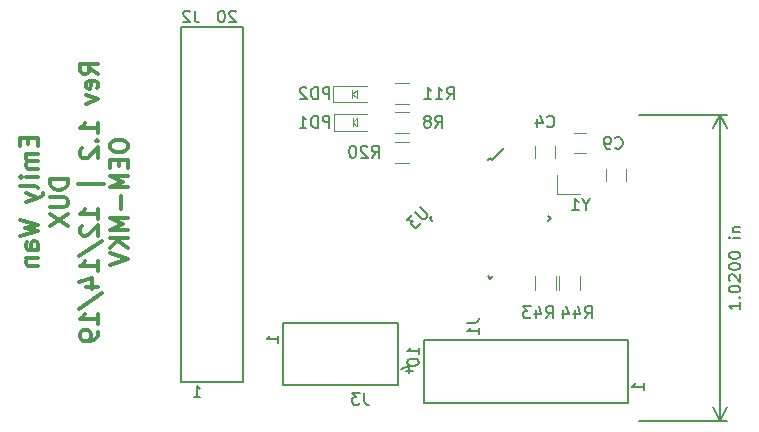
<source format=gbo>
G04 #@! TF.GenerationSoftware,KiCad,Pcbnew,5.1.4-e60b266~84~ubuntu18.04.1*
G04 #@! TF.CreationDate,2019-12-14T18:52:15-05:00*
G04 #@! TF.ProjectId,dashboard_MKV_ewan,64617368-626f-4617-9264-5f4d4b565f65,rev?*
G04 #@! TF.SameCoordinates,Original*
G04 #@! TF.FileFunction,Legend,Bot*
G04 #@! TF.FilePolarity,Positive*
%FSLAX46Y46*%
G04 Gerber Fmt 4.6, Leading zero omitted, Abs format (unit mm)*
G04 Created by KiCad (PCBNEW 5.1.4-e60b266~84~ubuntu18.04.1) date 2019-12-14 18:52:15*
%MOMM*%
%LPD*%
G04 APERTURE LIST*
%ADD10C,0.300000*%
%ADD11C,0.150000*%
%ADD12C,0.120000*%
%ADD13C,0.100000*%
G04 APERTURE END LIST*
D10*
X174883857Y-72295428D02*
X174883857Y-72795428D01*
X175669571Y-73009714D02*
X175669571Y-72295428D01*
X174169571Y-72295428D01*
X174169571Y-73009714D01*
X175669571Y-73652571D02*
X174669571Y-73652571D01*
X174812428Y-73652571D02*
X174741000Y-73724000D01*
X174669571Y-73866857D01*
X174669571Y-74081142D01*
X174741000Y-74224000D01*
X174883857Y-74295428D01*
X175669571Y-74295428D01*
X174883857Y-74295428D02*
X174741000Y-74366857D01*
X174669571Y-74509714D01*
X174669571Y-74724000D01*
X174741000Y-74866857D01*
X174883857Y-74938285D01*
X175669571Y-74938285D01*
X175669571Y-75652571D02*
X174669571Y-75652571D01*
X174169571Y-75652571D02*
X174241000Y-75581142D01*
X174312428Y-75652571D01*
X174241000Y-75724000D01*
X174169571Y-75652571D01*
X174312428Y-75652571D01*
X175669571Y-76581142D02*
X175598142Y-76438285D01*
X175455285Y-76366857D01*
X174169571Y-76366857D01*
X174669571Y-77009714D02*
X175669571Y-77366857D01*
X174669571Y-77724000D02*
X175669571Y-77366857D01*
X176026714Y-77224000D01*
X176098142Y-77152571D01*
X176169571Y-77009714D01*
X174169571Y-79295428D02*
X175669571Y-79652571D01*
X174598142Y-79938285D01*
X175669571Y-80224000D01*
X174169571Y-80581142D01*
X175669571Y-81795428D02*
X174883857Y-81795428D01*
X174741000Y-81724000D01*
X174669571Y-81581142D01*
X174669571Y-81295428D01*
X174741000Y-81152571D01*
X175598142Y-81795428D02*
X175669571Y-81652571D01*
X175669571Y-81295428D01*
X175598142Y-81152571D01*
X175455285Y-81081142D01*
X175312428Y-81081142D01*
X175169571Y-81152571D01*
X175098142Y-81295428D01*
X175098142Y-81652571D01*
X175026714Y-81795428D01*
X174669571Y-82509714D02*
X175669571Y-82509714D01*
X174812428Y-82509714D02*
X174741000Y-82581142D01*
X174669571Y-82724000D01*
X174669571Y-82938285D01*
X174741000Y-83081142D01*
X174883857Y-83152571D01*
X175669571Y-83152571D01*
X178219571Y-75831142D02*
X176719571Y-75831142D01*
X176719571Y-76188285D01*
X176791000Y-76402571D01*
X176933857Y-76545428D01*
X177076714Y-76616857D01*
X177362428Y-76688285D01*
X177576714Y-76688285D01*
X177862428Y-76616857D01*
X178005285Y-76545428D01*
X178148142Y-76402571D01*
X178219571Y-76188285D01*
X178219571Y-75831142D01*
X176719571Y-77331142D02*
X177933857Y-77331142D01*
X178076714Y-77402571D01*
X178148142Y-77474000D01*
X178219571Y-77616857D01*
X178219571Y-77902571D01*
X178148142Y-78045428D01*
X178076714Y-78116857D01*
X177933857Y-78188285D01*
X176719571Y-78188285D01*
X176719571Y-78759714D02*
X178219571Y-79759714D01*
X176719571Y-79759714D02*
X178219571Y-78759714D01*
X180769571Y-66902571D02*
X180055285Y-66402571D01*
X180769571Y-66045428D02*
X179269571Y-66045428D01*
X179269571Y-66616857D01*
X179341000Y-66759714D01*
X179412428Y-66831142D01*
X179555285Y-66902571D01*
X179769571Y-66902571D01*
X179912428Y-66831142D01*
X179983857Y-66759714D01*
X180055285Y-66616857D01*
X180055285Y-66045428D01*
X180698142Y-68116857D02*
X180769571Y-67974000D01*
X180769571Y-67688285D01*
X180698142Y-67545428D01*
X180555285Y-67474000D01*
X179983857Y-67474000D01*
X179841000Y-67545428D01*
X179769571Y-67688285D01*
X179769571Y-67974000D01*
X179841000Y-68116857D01*
X179983857Y-68188285D01*
X180126714Y-68188285D01*
X180269571Y-67474000D01*
X179769571Y-68688285D02*
X180769571Y-69045428D01*
X179769571Y-69402571D01*
X180769571Y-71902571D02*
X180769571Y-71045428D01*
X180769571Y-71474000D02*
X179269571Y-71474000D01*
X179483857Y-71331142D01*
X179626714Y-71188285D01*
X179698142Y-71045428D01*
X180626714Y-72545428D02*
X180698142Y-72616857D01*
X180769571Y-72545428D01*
X180698142Y-72474000D01*
X180626714Y-72545428D01*
X180769571Y-72545428D01*
X179412428Y-73188285D02*
X179341000Y-73259714D01*
X179269571Y-73402571D01*
X179269571Y-73759714D01*
X179341000Y-73902571D01*
X179412428Y-73974000D01*
X179555285Y-74045428D01*
X179698142Y-74045428D01*
X179912428Y-73974000D01*
X180769571Y-73116857D01*
X180769571Y-74045428D01*
X181269571Y-76188285D02*
X179126714Y-76188285D01*
X180769571Y-79188285D02*
X180769571Y-78331142D01*
X180769571Y-78759714D02*
X179269571Y-78759714D01*
X179483857Y-78616857D01*
X179626714Y-78474000D01*
X179698142Y-78331142D01*
X179412428Y-79759714D02*
X179341000Y-79831142D01*
X179269571Y-79974000D01*
X179269571Y-80331142D01*
X179341000Y-80474000D01*
X179412428Y-80545428D01*
X179555285Y-80616857D01*
X179698142Y-80616857D01*
X179912428Y-80545428D01*
X180769571Y-79688285D01*
X180769571Y-80616857D01*
X179198142Y-82331142D02*
X181126714Y-81045428D01*
X180769571Y-83616857D02*
X180769571Y-82759714D01*
X180769571Y-83188285D02*
X179269571Y-83188285D01*
X179483857Y-83045428D01*
X179626714Y-82902571D01*
X179698142Y-82759714D01*
X179769571Y-84902571D02*
X180769571Y-84902571D01*
X179198142Y-84545428D02*
X180269571Y-84188285D01*
X180269571Y-85116857D01*
X179198142Y-86759714D02*
X181126714Y-85474000D01*
X180769571Y-88045428D02*
X180769571Y-87188285D01*
X180769571Y-87616857D02*
X179269571Y-87616857D01*
X179483857Y-87474000D01*
X179626714Y-87331142D01*
X179698142Y-87188285D01*
X180769571Y-88759714D02*
X180769571Y-89045428D01*
X180698142Y-89188285D01*
X180626714Y-89259714D01*
X180412428Y-89402571D01*
X180126714Y-89474000D01*
X179555285Y-89474000D01*
X179412428Y-89402571D01*
X179341000Y-89331142D01*
X179269571Y-89188285D01*
X179269571Y-88902571D01*
X179341000Y-88759714D01*
X179412428Y-88688285D01*
X179555285Y-88616857D01*
X179912428Y-88616857D01*
X180055285Y-88688285D01*
X180126714Y-88759714D01*
X180198142Y-88902571D01*
X180198142Y-89188285D01*
X180126714Y-89331142D01*
X180055285Y-89402571D01*
X179912428Y-89474000D01*
X181819571Y-72866857D02*
X181819571Y-73152571D01*
X181891000Y-73295428D01*
X182033857Y-73438285D01*
X182319571Y-73509714D01*
X182819571Y-73509714D01*
X183105285Y-73438285D01*
X183248142Y-73295428D01*
X183319571Y-73152571D01*
X183319571Y-72866857D01*
X183248142Y-72724000D01*
X183105285Y-72581142D01*
X182819571Y-72509714D01*
X182319571Y-72509714D01*
X182033857Y-72581142D01*
X181891000Y-72724000D01*
X181819571Y-72866857D01*
X182533857Y-74152571D02*
X182533857Y-74652571D01*
X183319571Y-74866857D02*
X183319571Y-74152571D01*
X181819571Y-74152571D01*
X181819571Y-74866857D01*
X183319571Y-75509714D02*
X181819571Y-75509714D01*
X182891000Y-76009714D01*
X181819571Y-76509714D01*
X183319571Y-76509714D01*
X182748142Y-77224000D02*
X182748142Y-78366857D01*
X183319571Y-79081142D02*
X181819571Y-79081142D01*
X182891000Y-79581142D01*
X181819571Y-80081142D01*
X183319571Y-80081142D01*
X183319571Y-80795428D02*
X181819571Y-80795428D01*
X183319571Y-81652571D02*
X182462428Y-81009714D01*
X181819571Y-81652571D02*
X182676714Y-80795428D01*
X181819571Y-82081142D02*
X183319571Y-82581142D01*
X181819571Y-83081142D01*
D11*
X235178380Y-86240571D02*
X235178380Y-86812000D01*
X235178380Y-86526285D02*
X234178380Y-86526285D01*
X234321238Y-86621523D01*
X234416476Y-86716761D01*
X234464095Y-86812000D01*
X235083142Y-85812000D02*
X235130761Y-85764380D01*
X235178380Y-85812000D01*
X235130761Y-85859619D01*
X235083142Y-85812000D01*
X235178380Y-85812000D01*
X234178380Y-85145333D02*
X234178380Y-85050095D01*
X234226000Y-84954857D01*
X234273619Y-84907238D01*
X234368857Y-84859619D01*
X234559333Y-84812000D01*
X234797428Y-84812000D01*
X234987904Y-84859619D01*
X235083142Y-84907238D01*
X235130761Y-84954857D01*
X235178380Y-85050095D01*
X235178380Y-85145333D01*
X235130761Y-85240571D01*
X235083142Y-85288190D01*
X234987904Y-85335809D01*
X234797428Y-85383428D01*
X234559333Y-85383428D01*
X234368857Y-85335809D01*
X234273619Y-85288190D01*
X234226000Y-85240571D01*
X234178380Y-85145333D01*
X234273619Y-84431047D02*
X234226000Y-84383428D01*
X234178380Y-84288190D01*
X234178380Y-84050095D01*
X234226000Y-83954857D01*
X234273619Y-83907238D01*
X234368857Y-83859619D01*
X234464095Y-83859619D01*
X234606952Y-83907238D01*
X235178380Y-84478666D01*
X235178380Y-83859619D01*
X234178380Y-83240571D02*
X234178380Y-83145333D01*
X234226000Y-83050095D01*
X234273619Y-83002476D01*
X234368857Y-82954857D01*
X234559333Y-82907238D01*
X234797428Y-82907238D01*
X234987904Y-82954857D01*
X235083142Y-83002476D01*
X235130761Y-83050095D01*
X235178380Y-83145333D01*
X235178380Y-83240571D01*
X235130761Y-83335809D01*
X235083142Y-83383428D01*
X234987904Y-83431047D01*
X234797428Y-83478666D01*
X234559333Y-83478666D01*
X234368857Y-83431047D01*
X234273619Y-83383428D01*
X234226000Y-83335809D01*
X234178380Y-83240571D01*
X234178380Y-82288190D02*
X234178380Y-82192952D01*
X234226000Y-82097714D01*
X234273619Y-82050095D01*
X234368857Y-82002476D01*
X234559333Y-81954857D01*
X234797428Y-81954857D01*
X234987904Y-82002476D01*
X235083142Y-82050095D01*
X235130761Y-82097714D01*
X235178380Y-82192952D01*
X235178380Y-82288190D01*
X235130761Y-82383428D01*
X235083142Y-82431047D01*
X234987904Y-82478666D01*
X234797428Y-82526285D01*
X234559333Y-82526285D01*
X234368857Y-82478666D01*
X234273619Y-82431047D01*
X234226000Y-82383428D01*
X234178380Y-82288190D01*
X235178380Y-80764380D02*
X234511714Y-80764380D01*
X234178380Y-80764380D02*
X234226000Y-80812000D01*
X234273619Y-80764380D01*
X234226000Y-80716761D01*
X234178380Y-80764380D01*
X234273619Y-80764380D01*
X234511714Y-80288190D02*
X235178380Y-80288190D01*
X234606952Y-80288190D02*
X234559333Y-80240571D01*
X234511714Y-80145333D01*
X234511714Y-80002476D01*
X234559333Y-79907238D01*
X234654571Y-79859619D01*
X235178380Y-79859619D01*
X233426000Y-96266000D02*
X233426000Y-70358000D01*
X226568000Y-96266000D02*
X234012421Y-96266000D01*
X226568000Y-70358000D02*
X234012421Y-70358000D01*
X233426000Y-70358000D02*
X234012421Y-71484504D01*
X233426000Y-70358000D02*
X232839579Y-71484504D01*
X233426000Y-96266000D02*
X234012421Y-95139496D01*
X233426000Y-96266000D02*
X232839579Y-95139496D01*
X187777200Y-62944600D02*
X193077200Y-62944600D01*
X187777200Y-92954600D02*
X193077200Y-92954600D01*
X187777200Y-62944600D02*
X187777200Y-92954600D01*
X193077200Y-62944600D02*
X193077200Y-92954600D01*
X206168400Y-87975800D02*
X206168400Y-93275800D01*
X196478400Y-87975800D02*
X196478400Y-93275800D01*
X206168400Y-87975800D02*
X196478400Y-87975800D01*
X206168400Y-93275800D02*
X196478400Y-93275800D01*
D12*
X207102000Y-72653000D02*
X205902000Y-72653000D01*
X205902000Y-74413000D02*
X207102000Y-74413000D01*
X217793200Y-74007600D02*
X217793200Y-73007600D01*
X219493200Y-73007600D02*
X219493200Y-74007600D01*
X221115000Y-71921000D02*
X222115000Y-71921000D01*
X222115000Y-73621000D02*
X221115000Y-73621000D01*
X225513000Y-74938000D02*
X225513000Y-75938000D01*
X223813000Y-75938000D02*
X223813000Y-74938000D01*
X200765000Y-71693000D02*
X203565000Y-71693000D01*
X200765000Y-70293000D02*
X203565000Y-70293000D01*
X200765000Y-71693000D02*
X200765000Y-70293000D01*
D13*
X202365000Y-70993000D02*
X202665000Y-71293000D01*
X202665000Y-71293000D02*
X202715000Y-71343000D01*
X202715000Y-71343000D02*
X202715000Y-70693000D01*
X202715000Y-70643000D02*
X202715000Y-70693000D01*
X202715000Y-70693000D02*
X202715000Y-70643000D01*
X202715000Y-70643000D02*
X202365000Y-70993000D01*
X202365000Y-70993000D02*
X202365000Y-71343000D01*
X202365000Y-70643000D02*
X202365000Y-70993000D01*
X202322000Y-68230000D02*
X202322000Y-68580000D01*
X202322000Y-68580000D02*
X202322000Y-68930000D01*
X202672000Y-68230000D02*
X202322000Y-68580000D01*
X202672000Y-68280000D02*
X202672000Y-68230000D01*
X202672000Y-68230000D02*
X202672000Y-68280000D01*
X202672000Y-68930000D02*
X202672000Y-68280000D01*
X202622000Y-68880000D02*
X202672000Y-68930000D01*
X202322000Y-68580000D02*
X202622000Y-68880000D01*
D12*
X200722000Y-69280000D02*
X200722000Y-67880000D01*
X200722000Y-67880000D02*
X203522000Y-67880000D01*
X200722000Y-69280000D02*
X203522000Y-69280000D01*
D11*
X208362600Y-94750400D02*
X208362600Y-89450400D01*
X225672600Y-94750400D02*
X225672600Y-89450400D01*
X208362600Y-94750400D02*
X225672600Y-94750400D01*
X208362600Y-89450400D02*
X225672600Y-89450400D01*
D12*
X207102000Y-70113000D02*
X205902000Y-70113000D01*
X205902000Y-71873000D02*
X207102000Y-71873000D01*
X205902000Y-69460000D02*
X207102000Y-69460000D01*
X207102000Y-67700000D02*
X205902000Y-67700000D01*
X219574000Y-85182000D02*
X219574000Y-83982000D01*
X217814000Y-83982000D02*
X217814000Y-85182000D01*
X219846000Y-83982000D02*
X219846000Y-85182000D01*
X221606000Y-85182000D02*
X221606000Y-83982000D01*
D11*
X213995000Y-73994476D02*
X214154099Y-74153575D01*
X208868476Y-79121000D02*
X209098286Y-79350810D01*
X213995000Y-84247524D02*
X213765190Y-84017714D01*
X219121524Y-79121000D02*
X218891714Y-78891190D01*
X213995000Y-73994476D02*
X213765190Y-74224286D01*
X219121524Y-79121000D02*
X218891714Y-79350810D01*
X213995000Y-84247524D02*
X214224810Y-84017714D01*
X208868476Y-79121000D02*
X209098286Y-78891190D01*
X214154099Y-74153575D02*
X215161726Y-73145948D01*
D13*
X219615000Y-77038000D02*
X221615000Y-77038000D01*
X219615000Y-77038000D02*
X219615000Y-75438000D01*
D11*
X188982533Y-61526980D02*
X188982533Y-62241266D01*
X189030152Y-62384123D01*
X189125390Y-62479361D01*
X189268247Y-62526980D01*
X189363485Y-62526980D01*
X188553961Y-61622219D02*
X188506342Y-61574600D01*
X188411104Y-61526980D01*
X188173009Y-61526980D01*
X188077771Y-61574600D01*
X188030152Y-61622219D01*
X187982533Y-61717457D01*
X187982533Y-61812695D01*
X188030152Y-61955552D01*
X188601580Y-62526980D01*
X187982533Y-62526980D01*
X192459104Y-61622219D02*
X192411485Y-61574600D01*
X192316247Y-61526980D01*
X192078152Y-61526980D01*
X191982914Y-61574600D01*
X191935295Y-61622219D01*
X191887676Y-61717457D01*
X191887676Y-61812695D01*
X191935295Y-61955552D01*
X192506723Y-62526980D01*
X191887676Y-62526980D01*
X191268628Y-61526980D02*
X191173390Y-61526980D01*
X191078152Y-61574600D01*
X191030533Y-61622219D01*
X190982914Y-61717457D01*
X190935295Y-61907933D01*
X190935295Y-62146028D01*
X190982914Y-62336504D01*
X191030533Y-62431742D01*
X191078152Y-62479361D01*
X191173390Y-62526980D01*
X191268628Y-62526980D01*
X191363866Y-62479361D01*
X191411485Y-62431742D01*
X191459104Y-62336504D01*
X191506723Y-62146028D01*
X191506723Y-61907933D01*
X191459104Y-61717457D01*
X191411485Y-61622219D01*
X191363866Y-61574600D01*
X191268628Y-61526980D01*
X188871485Y-94276980D02*
X189442914Y-94276980D01*
X189157200Y-94276980D02*
X189157200Y-93276980D01*
X189252438Y-93419838D01*
X189347676Y-93515076D01*
X189442914Y-93562695D01*
X203307733Y-93888180D02*
X203307733Y-94602466D01*
X203355352Y-94745323D01*
X203450590Y-94840561D01*
X203593447Y-94888180D01*
X203688685Y-94888180D01*
X202926780Y-93888180D02*
X202307733Y-93888180D01*
X202641066Y-94269133D01*
X202498209Y-94269133D01*
X202402971Y-94316752D01*
X202355352Y-94364371D01*
X202307733Y-94459609D01*
X202307733Y-94697704D01*
X202355352Y-94792942D01*
X202402971Y-94840561D01*
X202498209Y-94888180D01*
X202783923Y-94888180D01*
X202879161Y-94840561D01*
X202926780Y-94792942D01*
X206824114Y-92086276D02*
X207490780Y-92086276D01*
X206443161Y-91848180D02*
X207157447Y-91610085D01*
X207157447Y-92229133D01*
X196060780Y-89641514D02*
X196060780Y-89070085D01*
X196060780Y-89355800D02*
X195060780Y-89355800D01*
X195203638Y-89260561D01*
X195298876Y-89165323D01*
X195346495Y-89070085D01*
X203969857Y-73985380D02*
X204303190Y-73509190D01*
X204541285Y-73985380D02*
X204541285Y-72985380D01*
X204160333Y-72985380D01*
X204065095Y-73033000D01*
X204017476Y-73080619D01*
X203969857Y-73175857D01*
X203969857Y-73318714D01*
X204017476Y-73413952D01*
X204065095Y-73461571D01*
X204160333Y-73509190D01*
X204541285Y-73509190D01*
X203588904Y-73080619D02*
X203541285Y-73033000D01*
X203446047Y-72985380D01*
X203207952Y-72985380D01*
X203112714Y-73033000D01*
X203065095Y-73080619D01*
X203017476Y-73175857D01*
X203017476Y-73271095D01*
X203065095Y-73413952D01*
X203636523Y-73985380D01*
X203017476Y-73985380D01*
X202398428Y-72985380D02*
X202303190Y-72985380D01*
X202207952Y-73033000D01*
X202160333Y-73080619D01*
X202112714Y-73175857D01*
X202065095Y-73366333D01*
X202065095Y-73604428D01*
X202112714Y-73794904D01*
X202160333Y-73890142D01*
X202207952Y-73937761D01*
X202303190Y-73985380D01*
X202398428Y-73985380D01*
X202493666Y-73937761D01*
X202541285Y-73890142D01*
X202588904Y-73794904D01*
X202636523Y-73604428D01*
X202636523Y-73366333D01*
X202588904Y-73175857D01*
X202541285Y-73080619D01*
X202493666Y-73033000D01*
X202398428Y-72985380D01*
X218809866Y-71324742D02*
X218857485Y-71372361D01*
X219000342Y-71419980D01*
X219095580Y-71419980D01*
X219238438Y-71372361D01*
X219333676Y-71277123D01*
X219381295Y-71181885D01*
X219428914Y-70991409D01*
X219428914Y-70848552D01*
X219381295Y-70658076D01*
X219333676Y-70562838D01*
X219238438Y-70467600D01*
X219095580Y-70419980D01*
X219000342Y-70419980D01*
X218857485Y-70467600D01*
X218809866Y-70515219D01*
X217952723Y-70753314D02*
X217952723Y-71419980D01*
X218190819Y-70372361D02*
X218428914Y-71086647D01*
X217809866Y-71086647D01*
X224575666Y-73128142D02*
X224623285Y-73175761D01*
X224766142Y-73223380D01*
X224861380Y-73223380D01*
X225004238Y-73175761D01*
X225099476Y-73080523D01*
X225147095Y-72985285D01*
X225194714Y-72794809D01*
X225194714Y-72651952D01*
X225147095Y-72461476D01*
X225099476Y-72366238D01*
X225004238Y-72271000D01*
X224861380Y-72223380D01*
X224766142Y-72223380D01*
X224623285Y-72271000D01*
X224575666Y-72318619D01*
X224099476Y-73223380D02*
X223909000Y-73223380D01*
X223813761Y-73175761D01*
X223766142Y-73128142D01*
X223670904Y-72985285D01*
X223623285Y-72794809D01*
X223623285Y-72413857D01*
X223670904Y-72318619D01*
X223718523Y-72271000D01*
X223813761Y-72223380D01*
X224004238Y-72223380D01*
X224099476Y-72271000D01*
X224147095Y-72318619D01*
X224194714Y-72413857D01*
X224194714Y-72651952D01*
X224147095Y-72747190D01*
X224099476Y-72794809D01*
X224004238Y-72842428D01*
X223813761Y-72842428D01*
X223718523Y-72794809D01*
X223670904Y-72747190D01*
X223623285Y-72651952D01*
X200374095Y-71445380D02*
X200374095Y-70445380D01*
X199993142Y-70445380D01*
X199897904Y-70493000D01*
X199850285Y-70540619D01*
X199802666Y-70635857D01*
X199802666Y-70778714D01*
X199850285Y-70873952D01*
X199897904Y-70921571D01*
X199993142Y-70969190D01*
X200374095Y-70969190D01*
X199374095Y-71445380D02*
X199374095Y-70445380D01*
X199136000Y-70445380D01*
X198993142Y-70493000D01*
X198897904Y-70588238D01*
X198850285Y-70683476D01*
X198802666Y-70873952D01*
X198802666Y-71016809D01*
X198850285Y-71207285D01*
X198897904Y-71302523D01*
X198993142Y-71397761D01*
X199136000Y-71445380D01*
X199374095Y-71445380D01*
X197850285Y-71445380D02*
X198421714Y-71445380D01*
X198136000Y-71445380D02*
X198136000Y-70445380D01*
X198231238Y-70588238D01*
X198326476Y-70683476D01*
X198421714Y-70731095D01*
X200374095Y-69032380D02*
X200374095Y-68032380D01*
X199993142Y-68032380D01*
X199897904Y-68080000D01*
X199850285Y-68127619D01*
X199802666Y-68222857D01*
X199802666Y-68365714D01*
X199850285Y-68460952D01*
X199897904Y-68508571D01*
X199993142Y-68556190D01*
X200374095Y-68556190D01*
X199374095Y-69032380D02*
X199374095Y-68032380D01*
X199136000Y-68032380D01*
X198993142Y-68080000D01*
X198897904Y-68175238D01*
X198850285Y-68270476D01*
X198802666Y-68460952D01*
X198802666Y-68603809D01*
X198850285Y-68794285D01*
X198897904Y-68889523D01*
X198993142Y-68984761D01*
X199136000Y-69032380D01*
X199374095Y-69032380D01*
X198421714Y-68127619D02*
X198374095Y-68080000D01*
X198278857Y-68032380D01*
X198040761Y-68032380D01*
X197945523Y-68080000D01*
X197897904Y-68127619D01*
X197850285Y-68222857D01*
X197850285Y-68318095D01*
X197897904Y-68460952D01*
X198469333Y-69032380D01*
X197850285Y-69032380D01*
X212024980Y-87957066D02*
X212739266Y-87957066D01*
X212882123Y-87909447D01*
X212977361Y-87814209D01*
X213024980Y-87671352D01*
X213024980Y-87576114D01*
X213024980Y-88957066D02*
X213024980Y-88385638D01*
X213024980Y-88671352D02*
X212024980Y-88671352D01*
X212167838Y-88576114D01*
X212263076Y-88480876D01*
X212310695Y-88385638D01*
X207944980Y-90639923D02*
X207944980Y-90068495D01*
X207944980Y-90354209D02*
X206944980Y-90354209D01*
X207087838Y-90258971D01*
X207183076Y-90163733D01*
X207230695Y-90068495D01*
X206944980Y-91258971D02*
X206944980Y-91354209D01*
X206992600Y-91449447D01*
X207040219Y-91497066D01*
X207135457Y-91544685D01*
X207325933Y-91592304D01*
X207564028Y-91592304D01*
X207754504Y-91544685D01*
X207849742Y-91497066D01*
X207897361Y-91449447D01*
X207944980Y-91354209D01*
X207944980Y-91258971D01*
X207897361Y-91163733D01*
X207849742Y-91116114D01*
X207754504Y-91068495D01*
X207564028Y-91020876D01*
X207325933Y-91020876D01*
X207135457Y-91068495D01*
X207040219Y-91116114D01*
X206992600Y-91163733D01*
X206944980Y-91258971D01*
X226994980Y-93656114D02*
X226994980Y-93084685D01*
X226994980Y-93370400D02*
X225994980Y-93370400D01*
X226137838Y-93275161D01*
X226233076Y-93179923D01*
X226280695Y-93084685D01*
X209335666Y-71445380D02*
X209669000Y-70969190D01*
X209907095Y-71445380D02*
X209907095Y-70445380D01*
X209526142Y-70445380D01*
X209430904Y-70493000D01*
X209383285Y-70540619D01*
X209335666Y-70635857D01*
X209335666Y-70778714D01*
X209383285Y-70873952D01*
X209430904Y-70921571D01*
X209526142Y-70969190D01*
X209907095Y-70969190D01*
X208764238Y-70873952D02*
X208859476Y-70826333D01*
X208907095Y-70778714D01*
X208954714Y-70683476D01*
X208954714Y-70635857D01*
X208907095Y-70540619D01*
X208859476Y-70493000D01*
X208764238Y-70445380D01*
X208573761Y-70445380D01*
X208478523Y-70493000D01*
X208430904Y-70540619D01*
X208383285Y-70635857D01*
X208383285Y-70683476D01*
X208430904Y-70778714D01*
X208478523Y-70826333D01*
X208573761Y-70873952D01*
X208764238Y-70873952D01*
X208859476Y-70921571D01*
X208907095Y-70969190D01*
X208954714Y-71064428D01*
X208954714Y-71254904D01*
X208907095Y-71350142D01*
X208859476Y-71397761D01*
X208764238Y-71445380D01*
X208573761Y-71445380D01*
X208478523Y-71397761D01*
X208430904Y-71350142D01*
X208383285Y-71254904D01*
X208383285Y-71064428D01*
X208430904Y-70969190D01*
X208478523Y-70921571D01*
X208573761Y-70873952D01*
X210319857Y-69032380D02*
X210653190Y-68556190D01*
X210891285Y-69032380D02*
X210891285Y-68032380D01*
X210510333Y-68032380D01*
X210415095Y-68080000D01*
X210367476Y-68127619D01*
X210319857Y-68222857D01*
X210319857Y-68365714D01*
X210367476Y-68460952D01*
X210415095Y-68508571D01*
X210510333Y-68556190D01*
X210891285Y-68556190D01*
X209367476Y-69032380D02*
X209938904Y-69032380D01*
X209653190Y-69032380D02*
X209653190Y-68032380D01*
X209748428Y-68175238D01*
X209843666Y-68270476D01*
X209938904Y-68318095D01*
X208415095Y-69032380D02*
X208986523Y-69032380D01*
X208700809Y-69032380D02*
X208700809Y-68032380D01*
X208796047Y-68175238D01*
X208891285Y-68270476D01*
X208986523Y-68318095D01*
X218701857Y-87574380D02*
X219035190Y-87098190D01*
X219273285Y-87574380D02*
X219273285Y-86574380D01*
X218892333Y-86574380D01*
X218797095Y-86622000D01*
X218749476Y-86669619D01*
X218701857Y-86764857D01*
X218701857Y-86907714D01*
X218749476Y-87002952D01*
X218797095Y-87050571D01*
X218892333Y-87098190D01*
X219273285Y-87098190D01*
X217844714Y-86907714D02*
X217844714Y-87574380D01*
X218082809Y-86526761D02*
X218320904Y-87241047D01*
X217701857Y-87241047D01*
X217416142Y-86574380D02*
X216797095Y-86574380D01*
X217130428Y-86955333D01*
X216987571Y-86955333D01*
X216892333Y-87002952D01*
X216844714Y-87050571D01*
X216797095Y-87145809D01*
X216797095Y-87383904D01*
X216844714Y-87479142D01*
X216892333Y-87526761D01*
X216987571Y-87574380D01*
X217273285Y-87574380D01*
X217368523Y-87526761D01*
X217416142Y-87479142D01*
X222003857Y-87574380D02*
X222337190Y-87098190D01*
X222575285Y-87574380D02*
X222575285Y-86574380D01*
X222194333Y-86574380D01*
X222099095Y-86622000D01*
X222051476Y-86669619D01*
X222003857Y-86764857D01*
X222003857Y-86907714D01*
X222051476Y-87002952D01*
X222099095Y-87050571D01*
X222194333Y-87098190D01*
X222575285Y-87098190D01*
X221146714Y-86907714D02*
X221146714Y-87574380D01*
X221384809Y-86526761D02*
X221622904Y-87241047D01*
X221003857Y-87241047D01*
X220194333Y-86907714D02*
X220194333Y-87574380D01*
X220432428Y-86526761D02*
X220670523Y-87241047D01*
X220051476Y-87241047D01*
X208039948Y-78195026D02*
X208612368Y-78767446D01*
X208646040Y-78868461D01*
X208646040Y-78935805D01*
X208612368Y-79036820D01*
X208477681Y-79171507D01*
X208376666Y-79205179D01*
X208309322Y-79205179D01*
X208208307Y-79171507D01*
X207635887Y-78599087D01*
X207366513Y-78868461D02*
X206928781Y-79306194D01*
X207433857Y-79339866D01*
X207332842Y-79440881D01*
X207299170Y-79541896D01*
X207299170Y-79609240D01*
X207332842Y-79710255D01*
X207501200Y-79878614D01*
X207602216Y-79912286D01*
X207669559Y-79912286D01*
X207770574Y-79878614D01*
X207972605Y-79676583D01*
X208006277Y-79575568D01*
X208006277Y-79508225D01*
X222091190Y-77954190D02*
X222091190Y-78430380D01*
X222424523Y-77430380D02*
X222091190Y-77954190D01*
X221757857Y-77430380D01*
X220900714Y-78430380D02*
X221472142Y-78430380D01*
X221186428Y-78430380D02*
X221186428Y-77430380D01*
X221281666Y-77573238D01*
X221376904Y-77668476D01*
X221472142Y-77716095D01*
M02*

</source>
